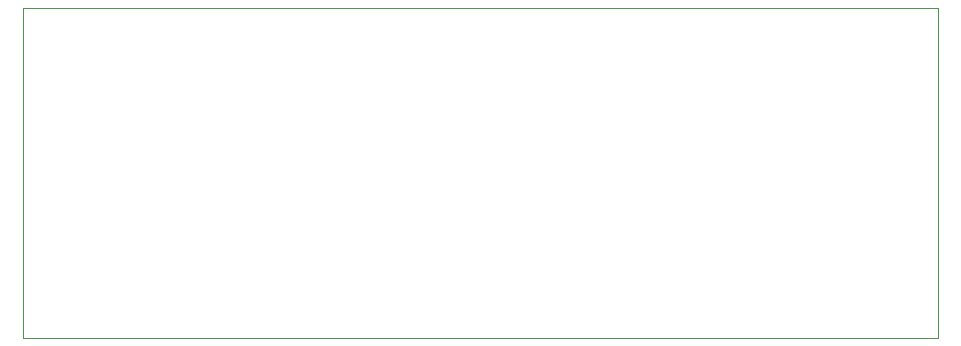
<source format=gko>
G75*
%MOIN*%
%OFA0B0*%
%FSLAX25Y25*%
%IPPOS*%
%LPD*%
%AMOC8*
5,1,8,0,0,1.08239X$1,22.5*
%
%ADD10C,0.00000*%
D10*
X0002200Y0002200D02*
X0002200Y0112200D01*
X0307200Y0112200D01*
X0307200Y0002200D01*
X0002200Y0002200D01*
M02*

</source>
